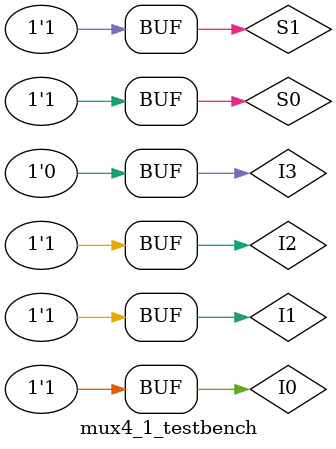
<source format=v>
`define DELAY 20
module mux4_1_testbench(); 
reg I0, I1, I2, I3, S0, S1;
wire Q;

mux4_1 text_mux4_1 ( Q, S1, S0, I3, I2, I1, I0 );

initial begin

S1 = 1'b0; S0 = 1'b0; I3 = 1'b1; I2 = 1'b0; I1 = 1'b0; I0 = 1'b0;
#`DELAY;
S1 = 1'b0; S0 = 1'b1; I3 = 1'b0; I2 = 1'b1; I1 = 1'b1; I0 = 1'b0;
#`DELAY;
S1 = 1'b1; S0 = 1'b0; I3 = 1'b0; I2 = 1'b0; I1 = 1'b1; I0 = 1'b0;
#`DELAY;
S1 = 1'b1; S0 = 1'b1; I3 = 1'b1; I2 = 1'b0; I1 = 1'b0; I0 = 1'b1;

#`DELAY;
S1 = 1'b0; S0 = 1'b0; I3 = 1'b1; I2 = 1'b1; I1 = 1'b1; I0 = 1'b0;
#`DELAY;
S1 = 1'b0; S0 = 1'b1; I3 = 1'b0; I2 = 1'b0; I1 = 1'b0; I0 = 1'b0;
#`DELAY;
S1 = 1'b1; S0 = 1'b0; I3 = 1'b0; I2 = 1'b0; I1 = 1'b0; I0 = 1'b0;
#`DELAY;
S1 = 1'b1; S0 = 1'b1; I3 = 1'b0; I2 = 1'b1; I1 = 1'b1; I0 = 1'b1;
#`DELAY;

end
 
 
initial
begin
$monitor("time = %2d, S1 = %1b, S0 = %1b, I3 = %1b, I2 = %1b, I1 = %1b, I0 = %1b, Q = %1b", $time, S1, S0, I3, I2, I1, I0, Q );
end
 
endmodule
</source>
